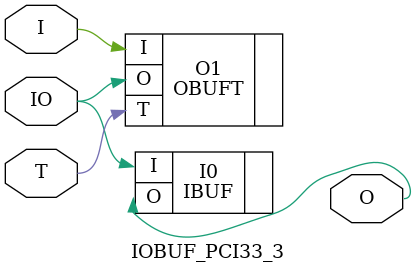
<source format=v>


`timescale  1 ps / 1 ps


module IOBUF_PCI33_3 (O, IO, I, T);

    output O;

    inout  IO;

    input  I, T;

        OBUFT #(.IOSTANDARD("PCI33_3") ) O1 (.O(IO), .I(I), .T(T)); 
	IBUF #(.IOSTANDARD("PCI33_3"))  I0 (.O(O), .I(IO));
        

endmodule



</source>
